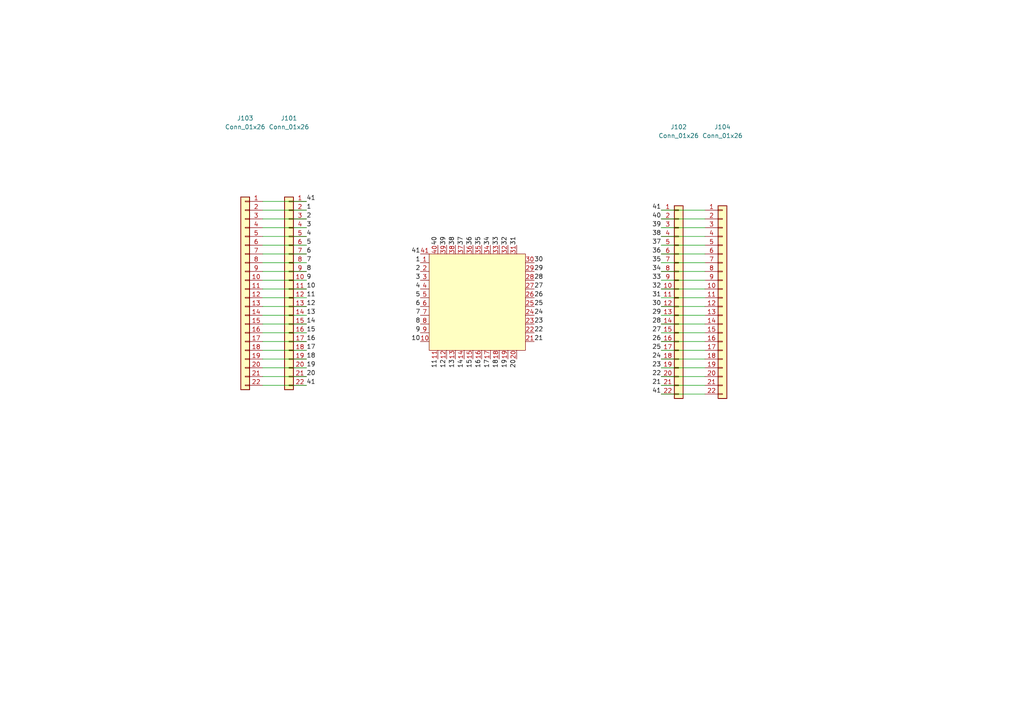
<source format=kicad_sch>
(kicad_sch (version 20250114) (generator "eeschema") (generator_version "9.0")
  (paper "A4")
  (lib_symbols
    (symbol "Connector_Generic:Conn_01x22" (pin_names (offset 1.016) (hide yes))
      (property "Reference" "J" (at 0 27.94 0))
      (property "Value" "Conn_01x22" (at 0 -30.48 0))
      (symbol "Conn_01x22_1_1"
        (rectangle (start -1.27 26.67) (end 1.27 -29.21) (stroke (width 0.254)) (fill (type background)))
        (rectangle (start -1.27 25.527) (end 0 25.273) (stroke (width 0.1524)))
        (rectangle (start -1.27 22.987) (end 0 22.733) (stroke (width 0.1524)))
        (rectangle (start -1.27 20.447) (end 0 20.193) (stroke (width 0.1524)))
        (rectangle (start -1.27 17.907) (end 0 17.653) (stroke (width 0.1524)))
        (rectangle (start -1.27 15.367) (end 0 15.113) (stroke (width 0.1524)))
        (rectangle (start -1.27 12.827) (end 0 12.573) (stroke (width 0.1524)))
        (rectangle (start -1.27 10.287) (end 0 10.033) (stroke (width 0.1524)))
        (rectangle (start -1.27 7.747) (end 0 7.493) (stroke (width 0.1524)))
        (rectangle (start -1.27 5.207) (end 0 4.953) (stroke (width 0.1524)))
        (rectangle (start -1.27 2.667) (end 0 2.413) (stroke (width 0.1524)))
        (rectangle (start -1.27 0.127) (end 0 -0.127) (stroke (width 0.1524)))
        (rectangle (start -1.27 -2.413) (end 0 -2.667) (stroke (width 0.1524)))
        (rectangle (start -1.27 -4.953) (end 0 -5.207) (stroke (width 0.1524)))
        (rectangle (start -1.27 -7.493) (end 0 -7.747) (stroke (width 0.1524)))
        (rectangle (start -1.27 -10.033) (end 0 -10.287) (stroke (width 0.1524)))
        (rectangle (start -1.27 -12.573) (end 0 -12.827) (stroke (width 0.1524)))
        (rectangle (start -1.27 -15.113) (end 0 -15.367) (stroke (width 0.1524)))
        (rectangle (start -1.27 -17.653) (end 0 -17.907) (stroke (width 0.1524)))
        (rectangle (start -1.27 -20.193) (end 0 -20.447) (stroke (width 0.1524)))
        (rectangle (start -1.27 -22.733) (end 0 -22.987) (stroke (width 0.1524)))
        (rectangle (start -1.27 -25.273) (end 0 -25.527) (stroke (width 0.1524)))
        (rectangle (start -1.27 -27.813) (end 0 -28.067) (stroke (width 0.1524)))
        (pin passive line (at -5.08 25.4 0) (length 3.81) (name "Pin_1") (number "1"))
        (pin passive line (at -5.08 22.86 0) (length 3.81) (name "Pin_2") (number "2"))
        (pin passive line (at -5.08 20.32 0) (length 3.81) (name "Pin_3") (number "3"))
        (pin passive line (at -5.08 17.78 0) (length 3.81) (name "Pin_4") (number "4"))
        (pin passive line (at -5.08 15.24 0) (length 3.81) (name "Pin_5") (number "5"))
        (pin passive line (at -5.08 12.7 0) (length 3.81) (name "Pin_6") (number "6"))
        (pin passive line (at -5.08 10.16 0) (length 3.81) (name "Pin_7") (number "7"))
        (pin passive line (at -5.08 7.62 0) (length 3.81) (name "Pin_8") (number "8"))
        (pin passive line (at -5.08 5.08 0) (length 3.81) (name "Pin_9") (number "9"))
        (pin passive line (at -5.08 2.54 0) (length 3.81) (name "Pin_10") (number "10"))
        (pin passive line (at -5.08 0 0) (length 3.81) (name "Pin_11") (number "11"))
        (pin passive line (at -5.08 -2.54 0) (length 3.81) (name "Pin_12") (number "12"))
        (pin passive line (at -5.08 -5.08 0) (length 3.81) (name "Pin_13") (number "13"))
        (pin passive line (at -5.08 -7.62 0) (length 3.81) (name "Pin_14") (number "14"))
        (pin passive line (at -5.08 -10.16 0) (length 3.81) (name "Pin_15") (number "15"))
        (pin passive line (at -5.08 -12.7 0) (length 3.81) (name "Pin_16") (number "16"))
        (pin passive line (at -5.08 -15.24 0) (length 3.81) (name "Pin_17") (number "17"))
        (pin passive line (at -5.08 -17.78 0) (length 3.81) (name "Pin_18") (number "18"))
        (pin passive line (at -5.08 -20.32 0) (length 3.81) (name "Pin_19") (number "19"))
        (pin passive line (at -5.08 -22.86 0) (length 3.81) (name "Pin_20") (number "20"))
        (pin passive line (at -5.08 -25.4 0) (length 3.81) (name "Pin_21") (number "21"))
        (pin passive line (at -5.08 -27.94 0) (length 3.81) (name "Pin_22") (number "22"))
      )
    )
    (symbol "Interface_Ethernet:VSC8541XMV-0x"
      (symbol "VSC8541XMV-0x_0_0"
        (pin unspecified line (at -16.51 11.43 0) (length 2.54) (name "") (number "1"))
        (pin unspecified line (at -16.51 8.89 0) (length 2.54) (name "") (number "2"))
        (pin unspecified line (at -16.51 6.35 0) (length 2.54) (name "") (number "3"))
        (pin unspecified line (at -16.51 3.81 0) (length 2.54) (name "") (number "4"))
        (pin unspecified line (at -16.51 1.27 0) (length 2.54) (name "") (number "5"))
        (pin unspecified line (at -16.51 -1.27 0) (length 2.54) (name "") (number "6"))
        (pin unspecified line (at -16.51 -3.81 0) (length 2.54) (name "") (number "7"))
        (pin unspecified line (at -16.51 -6.35 0) (length 2.54) (name "") (number "8"))
        (pin unspecified line (at -16.51 -8.89 0) (length 2.54) (name "") (number "9"))
        (pin unspecified line (at -16.51 -11.43 0) (length 2.54) (name "") (number "10"))
        (pin unspecified line (at -11.43 -16.51 90) (length 2.54) (name "") (number "11"))
        (pin unspecified line (at -8.89 -16.51 90) (length 2.54) (name "") (number "12"))
        (pin unspecified line (at -6.35 -16.51 90) (length 2.54) (name "") (number "13"))
        (pin unspecified line (at -3.81 16.51 270) (length 2.54) (name "") (number "37"))
        (pin unspecified line (at -3.81 -16.51 90) (length 2.54) (name "") (number "14"))
        (pin unspecified line (at -1.27 16.51 270) (length 2.54) (name "") (number "36"))
        (pin unspecified line (at -1.27 -16.51 90) (length 2.54) (name "") (number "15"))
        (pin unspecified line (at 1.27 16.51 270) (length 2.54) (name "") (number "35"))
        (pin unspecified line (at 1.27 -16.51 90) (length 2.54) (name "") (number "16"))
        (pin unspecified line (at 3.81 16.51 270) (length 2.54) (name "") (number "34"))
        (pin unspecified line (at 3.81 -16.51 90) (length 2.54) (name "") (number "17"))
        (pin unspecified line (at 6.35 16.51 270) (length 2.54) (name "") (number "33"))
        (pin unspecified line (at 6.35 -16.51 90) (length 2.54) (name "") (number "18"))
        (pin unspecified line (at 8.89 16.51 270) (length 2.54) (name "") (number "32"))
        (pin unspecified line (at 8.89 -16.51 90) (length 2.54) (name "") (number "19"))
        (pin unspecified line (at 11.43 16.51 270) (length 2.54) (name "") (number "31"))
        (pin unspecified line (at 11.43 -16.51 90) (length 2.54) (name "") (number "20"))
        (pin unspecified line (at 16.51 11.43 180) (length 2.54) (name "") (number "30"))
        (pin unspecified line (at 16.51 8.89 180) (length 2.54) (name "") (number "29"))
        (pin unspecified line (at 16.51 6.35 180) (length 2.54) (name "") (number "28"))
        (pin unspecified line (at 16.51 3.81 180) (length 2.54) (name "") (number "27"))
        (pin unspecified line (at 16.51 1.27 180) (length 2.54) (name "") (number "26"))
        (pin unspecified line (at 16.51 -1.27 180) (length 2.54) (name "") (number "25"))
        (pin unspecified line (at 16.51 -3.81 180) (length 2.54) (name "") (number "24"))
        (pin unspecified line (at 16.51 -6.35 180) (length 2.54) (name "") (number "23"))
        (pin unspecified line (at 16.51 -8.89 180) (length 2.54) (name "") (number "22"))
        (pin unspecified line (at 16.51 -11.43 180) (length 2.54) (name "") (number "21"))
      )
      (symbol "VSC8541XMV-0x_1_0"
        (pin unspecified line (at -16.51 13.97 0) (length 2.54) (name "") (number "41"))
        (pin unspecified line (at -11.43 16.51 270) (length 2.54) (name "") (number "40"))
        (pin unspecified line (at -8.89 16.51 270) (length 2.54) (name "") (number "39"))
        (pin unspecified line (at -6.35 16.51 270) (length 2.54) (name "") (number "38"))
      )
      (symbol "VSC8541XMV-0x_1_1"
        (rectangle (start -13.97 13.97) (end 13.97 -13.97) (fill (type background)))
      )
    )
  )
  (wire (pts (xy 204.47 66.04) (xy 191.77 66.04)))
  (wire (pts (xy 191.77 114.3) (xy 204.47 114.3)))
  (wire (pts (xy 76.2 60.96) (xy 88.9 60.96)))
  (wire (pts (xy 204.47 101.6) (xy 191.77 101.6)))
  (wire (pts (xy 204.47 111.76) (xy 191.77 111.76)))
  (wire (pts (xy 76.2 88.9) (xy 88.9 88.9)))
  (wire (pts (xy 76.2 111.76) (xy 88.9 111.76)))
  (wire (pts (xy 76.2 71.12) (xy 88.9 71.12)))
  (wire (pts (xy 204.47 81.28) (xy 191.77 81.28)))
  (wire (pts (xy 76.2 91.44) (xy 88.9 91.44)))
  (wire (pts (xy 76.2 63.5) (xy 88.9 63.5)))
  (wire (pts (xy 76.2 104.14) (xy 88.9 104.14)))
  (wire (pts (xy 76.2 58.42) (xy 88.9 58.42)))
  (wire (pts (xy 76.2 66.04) (xy 88.9 66.04)))
  (wire (pts (xy 76.2 101.6) (xy 88.9 101.6)))
  (wire (pts (xy 204.47 88.9) (xy 191.77 88.9)))
  (wire (pts (xy 204.47 78.74) (xy 191.77 78.74)))
  (wire (pts (xy 204.47 76.2) (xy 191.77 76.2)))
  (wire (pts (xy 191.77 60.96) (xy 204.47 60.96)))
  (wire (pts (xy 76.2 83.82) (xy 88.9 83.82)))
  (wire (pts (xy 204.47 104.14) (xy 191.77 104.14)))
  (wire (pts (xy 204.47 93.98) (xy 191.77 93.98)))
  (wire (pts (xy 204.47 73.66) (xy 191.77 73.66)))
  (wire (pts (xy 204.47 96.52) (xy 191.77 96.52)))
  (wire (pts (xy 76.2 81.28) (xy 88.9 81.28)))
  (wire (pts (xy 76.2 96.52) (xy 88.9 96.52)))
  (wire (pts (xy 204.47 63.5) (xy 191.77 63.5)))
  (wire (pts (xy 76.2 106.68) (xy 88.9 106.68)))
  (wire (pts (xy 76.2 109.22) (xy 88.9 109.22)))
  (wire (pts (xy 76.2 68.58) (xy 88.9 68.58)))
  (wire (pts (xy 204.47 106.68) (xy 191.77 106.68)))
  (wire (pts (xy 204.47 91.44) (xy 191.77 91.44)))
  (wire (pts (xy 76.2 99.06) (xy 88.9 99.06)))
  (wire (pts (xy 204.47 71.12) (xy 191.77 71.12)))
  (wire (pts (xy 76.2 78.74) (xy 88.9 78.74)))
  (wire (pts (xy 204.47 99.06) (xy 191.77 99.06)))
  (wire (pts (xy 204.47 83.82) (xy 191.77 83.82)))
  (wire (pts (xy 76.2 86.36) (xy 88.9 86.36)))
  (wire (pts (xy 204.47 86.36) (xy 191.77 86.36)))
  (wire (pts (xy 76.2 76.2) (xy 88.9 76.2)))
  (wire (pts (xy 204.47 68.58) (xy 191.77 68.58)))
  (wire (pts (xy 76.2 93.98) (xy 88.9 93.98)))
  (wire (pts (xy 76.2 73.66) (xy 88.9 73.66)))
  (wire (pts (xy 204.47 109.22) (xy 191.77 109.22)))
  (label "31" (at 191.77 86.36 180))
  (label "19" (at 88.9 106.68 0))
  (label "29" (at 191.77 91.44 180))
  (label "20" (at 88.9 109.22 0))
  (label "26" (at 191.77 99.06 180))
  (label "37" (at 134.62 71.12 90))
  (label "41" (at 191.77 114.3 180))
  (label "39" (at 129.54 71.12 90))
  (label "12" (at 88.9 88.9 0))
  (label "38" (at 191.77 68.58 180))
  (label "41" (at 121.92 73.66 180))
  (label "23" (at 191.77 106.68 180))
  (label "11" (at 88.9 86.36 0))
  (label "10" (at 88.9 83.82 0))
  (label "36" (at 191.77 73.66 180))
  (label "16" (at 88.9 99.06 0))
  (label "14" (at 88.9 93.98 0))
  (label "3" (at 88.9 66.04 0))
  (label "8" (at 88.9 78.74 0))
  (label "18" (at 88.9 104.14 0))
  (label "4" (at 88.9 68.58 0))
  (label "17" (at 88.9 101.6 0))
  (label "37" (at 191.77 71.12 180))
  (label "21" (at 191.77 111.76 180))
  (label "41" (at 88.9 58.42 0))
  (label "41" (at 191.77 60.96 180))
  (label "35" (at 191.77 76.2 180))
  (label "7" (at 88.9 76.2 0))
  (label "13" (at 88.9 91.44 0))
  (label "27" (at 191.77 96.52 180))
  (label "40" (at 127 71.12 90))
  (label "24" (at 191.77 104.14 180))
  (label "15" (at 88.9 96.52 0))
  (label "2" (at 88.9 63.5 0))
  (label "1" (at 88.9 60.96 0))
  (label "22" (at 191.77 109.22 180))
  (label "38" (at 132.08 71.12 90))
  (label "32" (at 191.77 83.82 180))
  (label "3" (at 121.92 81.28 180))
  (label "1" (at 121.92 76.2 180))
  (label "2" (at 121.92 78.74 180))
  (label "4" (at 121.92 83.82 180))
  (label "5" (at 121.92 86.36 180))
  (label "6" (at 121.92 88.9 180))
  (label "7" (at 121.92 91.44 180))
  (label "8" (at 121.92 93.98 180))
  (label "10" (at 121.92 99.06 180))
  (label "11" (at 127 104.14 270))
  (label "12" (at 129.54 104.14 270))
  (label "9" (at 121.92 96.52 180))
  (label "13" (at 132.08 104.14 270))
  (label "14" (at 134.62 104.14 270))
  (label "15" (at 137.16 104.14 270))
  (label "16" (at 139.7 104.14 270))
  (label "17" (at 142.24 104.14 270))
  (label "36" (at 137.16 71.12 90))
  (label "35" (at 139.7 71.12 90))
  (label "18" (at 144.78 104.14 270))
  (label "34" (at 142.24 71.12 90))
  (label "21" (at 154.94 99.06 0))
  (label "20" (at 149.86 104.14 270))
  (label "19" (at 147.32 104.14 270))
  (label "22" (at 154.94 96.52 0))
  (label "23" (at 154.94 93.98 0))
  (label "24" (at 154.94 91.44 0))
  (label "25" (at 154.94 88.9 0))
  (label "26" (at 154.94 86.36 0))
  (label "27" (at 154.94 83.82 0))
  (label "28" (at 154.94 81.28 0))
  (label "29" (at 154.94 78.74 0))
  (label "30" (at 154.94 76.2 0))
  (label "31" (at 149.86 71.12 90))
  (label "32" (at 147.32 71.12 90))
  (label "33" (at 144.78 71.12 90))
  (label "34" (at 191.77 78.74 180))
  (label "40" (at 191.77 63.5 180))
  (label "5" (at 88.9 71.12 0))
  (label "30" (at 191.77 88.9 180))
  (label "33" (at 191.77 81.28 180))
  (label "9" (at 88.9 81.28 0))
  (label "41" (at 88.9 111.76 0))
  (label "6" (at 88.9 73.66 0))
  (label "39" (at 191.77 66.04 180))
  (label "28" (at 191.77 93.98 180))
  (label "25" (at 191.77 101.6 180))
  (symbol (lib_id "Interface_Ethernet:VSC8541XMV-0x") (at 138.43 87.63 0) (unit 1)
    (property "Reference" "U101" (effects (hide yes)))
    (property "Value" "QFN-48" (effects (hide yes)))
    (property "Footprint" "Package_DFN_QFN:QFN-40-1EP_5x5mm_P0.4mm_EP3.6x3.6mm_ThermalVias" (effects (hide yes)))
  )
  (symbol (lib_id "Connector_Generic:Conn_01x22") (at 209.55 86.36 0) (unit 1)
    (property "Reference" "J104" (at 209.55 36.83 0))
    (property "Value" "Conn_01x26" (at 209.55 39.37 0))
    (property "Footprint" "Connector_PinHeader_2.54mm:PinHeader_1x22_P2.54mm_Vertical_SMD_Pin1Right" (effects (hide yes)))
    (property "Description" "Generic connector, single row, 01x22, script generated (kicad-library-utils/schlib/autogen/connector/)" (effects (hide yes)))
  )
  (symbol (lib_id "Connector_Generic:Conn_01x22") (at 83.82 83.82 0) (mirror y) (unit 1)
    (property "Reference" "J101" (at 83.82 34.29 0))
    (property "Value" "Conn_01x26" (at 83.82 36.83 0))
    (property "Footprint" "Connector_PinHeader_2.54mm:PinHeader_1x22_P2.54mm_Vertical" (effects (hide yes)))
    (property "Description" "Generic connector, single row, 01x22, script generated (kicad-library-utils/schlib/autogen/connector/)" (effects (hide yes)))
  )
  (symbol (lib_id "Connector_Generic:Conn_01x22") (at 196.85 86.36 0) (unit 1)
    (property "Reference" "J102" (at 196.85 36.83 0))
    (property "Value" "Conn_01x26" (at 196.85 39.37 0))
    (property "Footprint" "Connector_PinHeader_2.54mm:PinHeader_1x22_P2.54mm_Vertical" (effects (hide yes)))
    (property "Description" "Generic connector, single row, 01x22, script generated (kicad-library-utils/schlib/autogen/connector/)" (effects (hide yes)))
  )
  (symbol (lib_id "Connector_Generic:Conn_01x22") (at 71.12 83.82 0) (mirror y) (unit 1)
    (property "Reference" "J103" (at 71.12 34.29 0))
    (property "Value" "Conn_01x26" (at 71.12 36.83 0))
    (property "Footprint" "Connector_PinHeader_2.54mm:PinHeader_1x22_P2.54mm_Vertical_SMD_Pin1Left" (effects (hide yes)))
    (property "Description" "Generic connector, single row, 01x22, script generated (kicad-library-utils/schlib/autogen/connector/)" (effects (hide yes)))
  )
)
</source>
